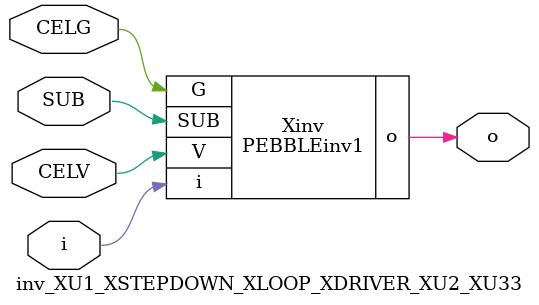
<source format=v>



module PEBBLEinv1 ( o, G, SUB, V, i );

  input V;
  input i;
  input G;
  output o;
  input SUB;
endmodule

//Celera Confidential Do Not Copy inv_XU1_XSTEPDOWN_XLOOP_XDRIVER_XU2_XU33
//Celera Confidential Symbol Generator
//5V Inverter
module inv_XU1_XSTEPDOWN_XLOOP_XDRIVER_XU2_XU33 (CELV,CELG,i,o,SUB);
input CELV;
input CELG;
input i;
input SUB;
output o;

//Celera Confidential Do Not Copy inv
PEBBLEinv1 Xinv(
.V (CELV),
.i (i),
.o (o),
.SUB (SUB),
.G (CELG)
);
//,diesize,PEBBLEinv1

//Celera Confidential Do Not Copy Module End
//Celera Schematic Generator
endmodule

</source>
